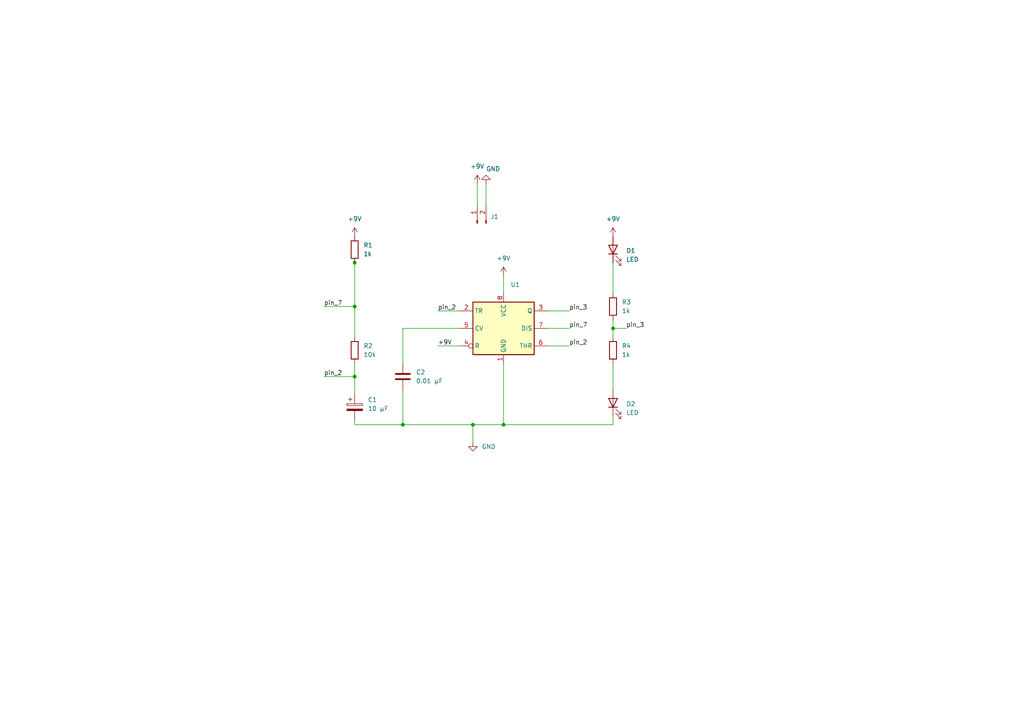
<source format=kicad_sch>
(kicad_sch (version 20211123) (generator eeschema)
  (paper "A4")
  (lib_symbols
    (symbol "Connector:Conn_01x02_Male" (pin_names (offset 1.016) hide)
      (property "Reference" "J" (at 0 2.54 0))
      (property "Value" "Conn_01x02_Male" (at 0 -5.08 0))
      (symbol "Conn_01x02_Male_1_1"
        (polyline (pts (xy 1.27 -2.54) (xy 0.8636 -2.54)) (stroke (width 0.1524)))
        (polyline (pts (xy 1.27 0) (xy 0.8636 0)) (stroke (width 0.1524)))
        (rectangle (start 0.8636 -2.413) (end 0 -2.667) (stroke (width 0.1524)) (fill (type outline)))
        (rectangle (start 0.8636 0.127) (end 0 -0.127) (stroke (width 0.1524)) (fill (type outline)))
        (pin passive line (at 5.08 0 180) (length 3.81) (name "Pin_1") (number "1"))
        (pin passive line (at 5.08 -2.54 180) (length 3.81) (name "Pin_2") (number "2"))
      )
    )
    (symbol "Device:C" (pin_numbers hide) (pin_names (offset 0.254))
      (property "Reference" "C" (at 0.635 2.54 0))
      (property "Value" "C" (at 0.635 -2.54 0))
      (symbol "C_0_1"
        (polyline (pts (xy -2.032 -0.762) (xy 2.032 -0.762)) (stroke (width 0.508)))
        (polyline (pts (xy -2.032 0.762) (xy 2.032 0.762)) (stroke (width 0.508)))
      )
      (symbol "C_1_1"
        (pin passive line (at 0 3.81 270) (length 2.794) (name "~") (number "1"))
        (pin passive line (at 0 -3.81 90) (length 2.794) (name "~") (number "2"))
      )
    )
    (symbol "Device:C_Polarized" (pin_numbers hide) (pin_names (offset 0.254))
      (property "Reference" "C" (at 0.635 2.54 0))
      (property "Value" "C_Polarized" (at 0.635 -2.54 0))
      (symbol "C_Polarized_0_1"
        (rectangle (start -2.286 0.508) (end 2.286 1.016))
        (polyline (pts (xy -1.778 2.286) (xy -0.762 2.286)))
        (polyline (pts (xy -1.27 2.794) (xy -1.27 1.778)))
        (rectangle (start 2.286 -0.508) (end -2.286 -1.016) (fill (type outline)))
      )
      (symbol "C_Polarized_1_1"
        (pin passive line (at 0 3.81 270) (length 2.794) (name "~") (number "1"))
        (pin passive line (at 0 -3.81 90) (length 2.794) (name "~") (number "2"))
      )
    )
    (symbol "Device:LED" (pin_numbers hide) (pin_names (offset 1.016) hide)
      (property "Reference" "D" (at 0 2.54 0))
      (property "Value" "LED" (at 0 -2.54 0))
      (symbol "LED_0_1"
        (polyline (pts (xy -1.27 -1.27) (xy -1.27 1.27)) (stroke (width 0.254)))
        (polyline (pts (xy -1.27 0) (xy 1.27 0)))
        (polyline (pts (xy 1.27 -1.27) (xy 1.27 1.27) (xy -1.27 0) (xy 1.27 -1.27)) (stroke (width 0.254)))
        (polyline (pts (xy -3.048 -0.762) (xy -4.572 -2.286) (xy -3.81 -2.286) (xy -4.572 -2.286) (xy -4.572 -1.524)))
        (polyline (pts (xy -1.778 -0.762) (xy -3.302 -2.286) (xy -2.54 -2.286) (xy -3.302 -2.286) (xy -3.302 -1.524)))
      )
      (symbol "LED_1_1"
        (pin passive line (at -3.81 0 0) (length 2.54) (name "K") (number "1"))
        (pin passive line (at 3.81 0 180) (length 2.54) (name "A") (number "2"))
      )
    )
    (symbol "Device:R" (pin_numbers hide) (pin_names (offset 0))
      (property "Reference" "R" (at 2.032 0 90))
      (property "Value" "R" (at 0 0 90))
      (symbol "R_0_1"
        (rectangle (start -1.016 -2.54) (end 1.016 2.54) (stroke (width 0.254)))
      )
      (symbol "R_1_1"
        (pin passive line (at 0 3.81 270) (length 1.27) (name "~") (number "1"))
        (pin passive line (at 0 -3.81 90) (length 1.27) (name "~") (number "2"))
      )
    )
    (symbol "Timer:NE555D"
      (property "Reference" "U" (at -10.16 8.89 0))
      (property "Value" "NE555D" (at 2.54 8.89 0))
      (symbol "NE555D_0_0"
        (pin power_in line (at 0 -10.16 90) (length 2.54) (name "GND") (number "1"))
        (pin power_in line (at 0 10.16 270) (length 2.54) (name "VCC") (number "8"))
      )
      (symbol "NE555D_0_1"
        (rectangle (start -8.89 -7.62) (end 8.89 7.62) (stroke (width 0.254)) (fill (type background)))
        (rectangle (start -8.89 -7.62) (end 8.89 7.62) (stroke (width 0.254)) (fill (type background)))
      )
      (symbol "NE555D_1_1"
        (pin input line (at -12.7 5.08 0) (length 3.81) (name "TR") (number "2"))
        (pin output line (at 12.7 5.08 180) (length 3.81) (name "Q") (number "3"))
        (pin input inverted (at -12.7 -5.08 0) (length 3.81) (name "R") (number "4"))
        (pin input line (at -12.7 0 0) (length 3.81) (name "CV") (number "5"))
        (pin input line (at 12.7 -5.08 180) (length 3.81) (name "THR") (number "6"))
        (pin input line (at 12.7 0 180) (length 3.81) (name "DIS") (number "7"))
      )
    )
    (symbol "power:+9V" (power) (pin_names (offset 0))
      (property "Value" "+9V" (at 0 3.556 0))
      (symbol "+9V_0_1"
        (polyline (pts (xy -0.762 1.27) (xy 0 2.54)))
        (polyline (pts (xy 0 0) (xy 0 2.54)))
        (polyline (pts (xy 0 2.54) (xy 0.762 1.27)))
      )
      (symbol "+9V_1_1"
        (pin power_in line (at 0 0 90) (length 0) hide (name "+9V") (number "1"))
      )
    )
    (symbol "power:GND" (power) (pin_names (offset 0))
      (property "Value" "GND" (at 0 -3.81 0))
      (symbol "GND_0_1"
        (polyline (pts (xy 0 0) (xy 0 -1.27) (xy 1.27 -1.27) (xy 0 -2.54) (xy -1.27 -1.27) (xy 0 -1.27)))
      )
      (symbol "GND_1_1"
        (pin power_in line (at 0 0 270) (length 0) hide (name "GND") (number "1"))
      )
    )
  )
  (junction (at 102.87 76.2))
  (junction (at 146.05 123.19))
  (junction (at 102.87 109.22))
  (junction (at 102.87 88.9))
  (junction (at 116.84 123.19))
  (junction (at 137.16 123.19))
  (junction (at 177.8 95.25))
  (wire (pts (xy 137.16 123.19) (xy 146.05 123.19)))
  (wire (pts (xy 116.84 123.19) (xy 137.16 123.19)))
  (wire (pts (xy 138.43 53.34) (xy 138.43 59.69)))
  (wire (pts (xy 146.05 123.19) (xy 177.8 123.19)))
  (wire (pts (xy 102.87 121.92) (xy 102.87 123.19)))
  (wire (pts (xy 158.75 100.33) (xy 165.1 100.33)))
  (wire (pts (xy 177.8 76.2) (xy 177.8 85.09)))
  (wire (pts (xy 146.05 80.01) (xy 146.05 85.09)))
  (wire (pts (xy 177.8 95.25) (xy 177.8 97.79)))
  (wire (pts (xy 146.05 105.41) (xy 146.05 123.19)))
  (wire (pts (xy 93.98 109.22) (xy 102.87 109.22)))
  (wire (pts (xy 102.87 105.41) (xy 102.87 109.22)))
  (wire (pts (xy 102.87 109.22) (xy 102.87 114.3)))
  (wire (pts (xy 93.98 88.9) (xy 102.87 88.9)))
  (wire (pts (xy 102.87 97.79) (xy 102.87 88.9)))
  (wire (pts (xy 127 90.17) (xy 133.35 90.17)))
  (wire (pts (xy 116.84 95.25) (xy 116.84 105.41)))
  (wire (pts (xy 140.97 53.34) (xy 140.97 59.69)))
  (wire (pts (xy 177.8 92.71) (xy 177.8 95.25)))
  (wire (pts (xy 177.8 95.25) (xy 181.61 95.25)))
  (wire (pts (xy 158.75 95.25) (xy 165.1 95.25)))
  (wire (pts (xy 102.87 76.2) (xy 102.87 88.9)))
  (wire (pts (xy 177.8 120.65) (xy 177.8 123.19)))
  (wire (pts (xy 158.75 90.17) (xy 165.1 90.17)))
  (wire (pts (xy 116.84 113.03) (xy 116.84 123.19)))
  (wire (pts (xy 102.87 74.93) (xy 102.87 76.2)))
  (wire (pts (xy 127 100.33) (xy 133.35 100.33)))
  (wire (pts (xy 102.87 123.19) (xy 116.84 123.19)))
  (wire (pts (xy 137.16 123.19) (xy 137.16 128.27)))
  (wire (pts (xy 177.8 105.41) (xy 177.8 113.03)))
  (wire (pts (xy 133.35 95.25) (xy 116.84 95.25)))
  (label "pin_2" (at 127 90.17 0))
  (label "pin_3" (at 181.61 95.25 0))
  (label "pin_7" (at 93.98 88.9 0))
  (label "+9V" (at 127 100.33 0))
  (label "pin_2" (at 165.1 100.33 0))
  (label "pin_7" (at 165.1 95.25 0))
  (label "pin_2" (at 93.98 109.22 0))
  (label "pin_3" (at 165.1 90.17 0))
  (symbol (lib_id "Device:C") (at 116.84 109.22 0) (unit 1)
    (property "Reference" "C2" (at 120.65 107.9499 0) (effects (justify left)))
    (property "Value" "0.01 μF" (at 120.65 110.4899 0) (effects (justify left)))
  )
  (symbol (lib_id "Device:R") (at 102.87 72.39 0) (unit 1)
    (property "Reference" "R1" (at 105.41 71.1199 0) (effects (justify left)))
    (property "Value" "1k" (at 105.41 73.6599 0) (effects (justify left)))
  )
  (symbol (lib_id "power:+9V") (at 146.05 80.01 0) (unit 1)
    (property "Reference" "#PWR?" (effects hide))
    (property "Value" "+9V" (at 146.05 74.93 0))
  )
  (symbol (lib_id "Device:LED") (at 177.8 116.84 90) (unit 1)
    (property "Reference" "D2" (at 181.61 117.1574 90) (effects (justify right)))
    (property "Value" "LED" (at 181.61 119.6974 90) (effects (justify right)))
  )
  (symbol (lib_id "Device:C_Polarized") (at 102.87 118.11 0) (unit 1)
    (property "Reference" "C1" (at 106.68 115.9509 0) (effects (justify left)))
    (property "Value" "10 μF" (at 106.68 118.4909 0) (effects (justify left)))
  )
  (symbol (lib_id "power:GND") (at 137.16 128.27 0) (unit 1)
    (property "Reference" "#PWR?" (effects hide))
    (property "Value" "GND" (at 139.7 129.5399 0) (effects (justify left)))
  )
  (symbol (lib_id "power:+9V") (at 177.8 68.58 0) (unit 1)
    (property "Reference" "#PWR?" (effects hide))
    (property "Value" "+9V" (at 177.8 63.5 0))
  )
  (symbol (lib_id "power:+9V") (at 102.87 68.58 0) (unit 1)
    (property "Reference" "#PWR?" (effects hide))
    (property "Value" "+9V" (at 102.87 63.5 0))
  )
  (symbol (lib_id "Device:R") (at 177.8 101.6 0) (unit 1)
    (property "Reference" "R4" (at 180.34 100.3299 0) (effects (justify left)))
    (property "Value" "1k" (at 180.34 102.8699 0) (effects (justify left)))
  )
  (symbol (lib_id "Device:R") (at 102.87 101.6 0) (unit 1)
    (property "Reference" "R2" (at 105.41 100.3299 0) (effects (justify left)))
    (property "Value" "10k" (at 105.41 102.8699 0) (effects (justify left)))
  )
  (symbol (lib_id "Device:LED") (at 177.8 72.39 90) (unit 1)
    (property "Reference" "D1" (at 181.61 72.7074 90) (effects (justify right)))
    (property "Value" "LED" (at 181.61 75.2474 90) (effects (justify right)))
  )
  (symbol (lib_id "Connector:Conn_01x02_Male") (at 138.43 64.77 90) (unit 1)
    (property "Reference" "J1" (at 142.24 62.8649 90) (effects (justify right)))
    (property "Value" " " (at 142.24 65.4049 90) (effects (justify right)))
  )
  (symbol (lib_id "power:GND") (at 140.97 53.34 180) (unit 1)
    (property "Reference" "#PWR?" (effects hide))
    (property "Value" "GND" (at 140.97 48.26 0) (effects (justify right bottom)))
  )
  (symbol (lib_id "Device:R") (at 177.8 88.9 0) (unit 1)
    (property "Reference" "R3" (at 180.34 87.6299 0) (effects (justify left)))
    (property "Value" "1k" (at 180.34 90.1699 0) (effects (justify left)))
  )
  (symbol (lib_id "power:+9V") (at 138.43 53.34 0) (unit 1)
    (property "Reference" "#PWR?" (effects hide))
    (property "Value" "+9V" (at 138.43 48.26 0))
  )
  (symbol (lib_id "Timer:NE555D") (at 146.05 95.25 0) (unit 1)
    (property "Reference" "U1" (at 148.0694 82.55 0) (effects (justify left)))
    (property "Value" " " (at 148.0694 85.09 0) (effects (justify left)))
    (property "Footprint" "Package_SO:SOIC-8_3.9x4.9mm_P1.27mm" (effects hide))
    (property "Datasheet" "http://www.ti.com/lit/ds/symlink/ne555.pdf" (effects hide))
  )
)
</source>
